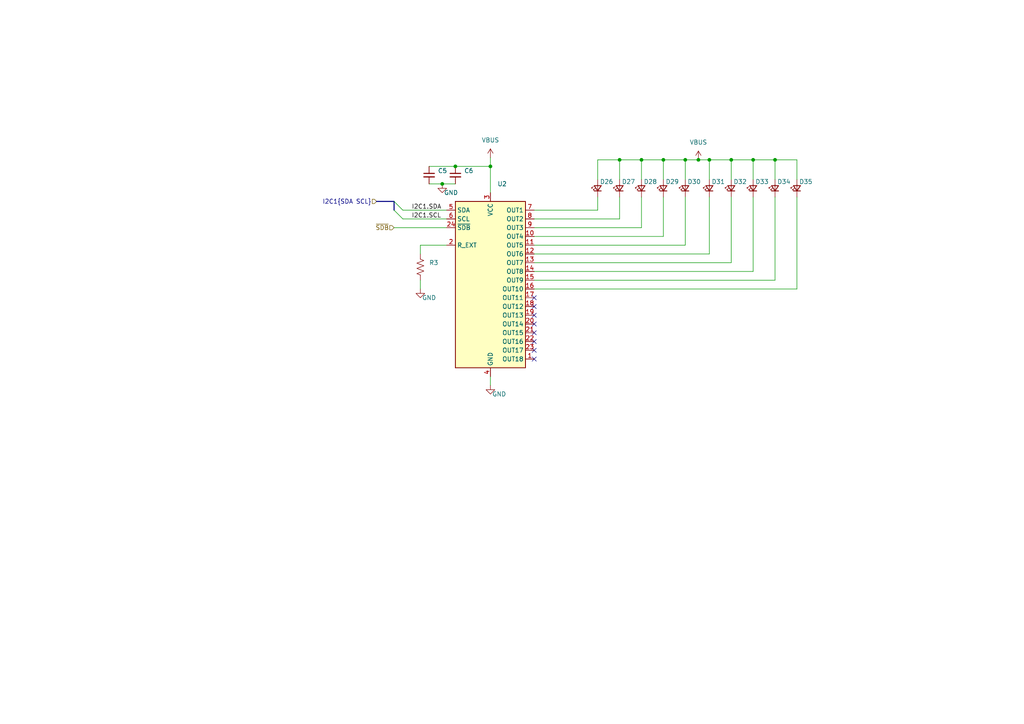
<source format=kicad_sch>
(kicad_sch (version 20211123) (generator eeschema)
  (paper "A4")
  (lib_symbols
    (symbol "Device:C_Small" (pin_numbers hide) (pin_names (offset 0.254) hide)
      (property "Reference" "C" (at 0.254 1.778 0))
      (property "Value" "C_Small" (at 0.254 -2.032 0))
      (symbol "C_Small_0_1"
        (polyline (pts (xy -1.524 -0.508) (xy 1.524 -0.508)) (stroke (width 0.3302)))
        (polyline (pts (xy -1.524 0.508) (xy 1.524 0.508)) (stroke (width 0.3048)))
      )
      (symbol "C_Small_1_1"
        (pin passive line (at 0 2.54 270) (length 2.032) (name "~") (number "1"))
        (pin passive line (at 0 -2.54 90) (length 2.032) (name "~") (number "2"))
      )
    )
    (symbol "Device:LED_Small" (pin_numbers hide) (pin_names (offset 0.254) hide)
      (property "Reference" "D" (at -1.27 3.175 0))
      (property "Value" "LED_Small" (at -4.445 -2.54 0))
      (symbol "LED_Small_0_1"
        (polyline (pts (xy -0.762 -1.016) (xy -0.762 1.016)) (stroke (width 0.254)))
        (polyline (pts (xy 1.016 0) (xy -0.762 0)))
        (polyline (pts (xy 0.762 -1.016) (xy -0.762 0) (xy 0.762 1.016) (xy 0.762 -1.016)) (stroke (width 0.254)))
        (polyline (pts (xy 0 0.762) (xy -0.508 1.27) (xy -0.254 1.27) (xy -0.508 1.27) (xy -0.508 1.016)))
        (polyline (pts (xy 0.508 1.27) (xy 0 1.778) (xy 0.254 1.778) (xy 0 1.778) (xy 0 1.524)))
      )
      (symbol "LED_Small_1_1"
        (pin passive line (at -2.54 0 0) (length 1.778) (name "K") (number "1"))
        (pin passive line (at 2.54 0 180) (length 1.778) (name "A") (number "2"))
      )
    )
    (symbol "Device:R_US" (pin_numbers hide) (pin_names (offset 0))
      (property "Reference" "R" (at 2.54 0 90))
      (property "Value" "R_US" (at -2.54 0 90))
      (symbol "R_US_0_1"
        (polyline (pts (xy 0 -2.286) (xy 0 -2.54)))
        (polyline (pts (xy 0 2.286) (xy 0 2.54)))
        (polyline (pts (xy 0 -0.762) (xy 1.016 -1.143) (xy 0 -1.524) (xy -1.016 -1.905) (xy 0 -2.286)))
        (polyline (pts (xy 0 0.762) (xy 1.016 0.381) (xy 0 0) (xy -1.016 -0.381) (xy 0 -0.762)))
        (polyline (pts (xy 0 2.286) (xy 1.016 1.905) (xy 0 1.524) (xy -1.016 1.143) (xy 0 0.762)))
      )
      (symbol "R_US_1_1"
        (pin passive line (at 0 3.81 270) (length 1.27) (name "~") (number "1"))
        (pin passive line (at 0 -3.81 90) (length 1.27) (name "~") (number "2"))
      )
    )
    (symbol "Driver_LED:IS31FL3218-QF"
      (property "Reference" "U" (at -10.16 26.035 0))
      (property "Value" "IS31FL3218-QF" (at 2.54 -24.13 0))
      (symbol "IS31FL3218-QF_0_1"
        (rectangle (start -10.16 25.4) (end 10.16 -22.86) (stroke (width 0.254)) (fill (type background)))
      )
      (symbol "IS31FL3218-QF_1_1"
        (pin open_collector line (at 12.7 -20.32 180) (length 2.54) (name "OUT18") (number "1"))
        (pin open_collector line (at 12.7 15.24 180) (length 2.54) (name "OUT4") (number "10"))
        (pin open_collector line (at 12.7 12.7 180) (length 2.54) (name "OUT5") (number "11"))
        (pin open_collector line (at 12.7 10.16 180) (length 2.54) (name "OUT6") (number "12"))
        (pin open_collector line (at 12.7 7.62 180) (length 2.54) (name "OUT7") (number "13"))
        (pin open_collector line (at 12.7 5.08 180) (length 2.54) (name "OUT8") (number "14"))
        (pin open_collector line (at 12.7 2.54 180) (length 2.54) (name "OUT9") (number "15"))
        (pin open_collector line (at 12.7 0 180) (length 2.54) (name "OUT10") (number "16"))
        (pin open_collector line (at 12.7 -2.54 180) (length 2.54) (name "OUT11") (number "17"))
        (pin open_collector line (at 12.7 -5.08 180) (length 2.54) (name "OUT12") (number "18"))
        (pin open_collector line (at 12.7 -7.62 180) (length 2.54) (name "OUT13") (number "19"))
        (pin passive line (at -12.7 12.7 0) (length 2.54) (name "R_EXT") (number "2"))
        (pin open_collector line (at 12.7 -10.16 180) (length 2.54) (name "OUT14") (number "20"))
        (pin open_collector line (at 12.7 -12.7 180) (length 2.54) (name "OUT15") (number "21"))
        (pin open_collector line (at 12.7 -15.24 180) (length 2.54) (name "OUT16") (number "22"))
        (pin open_collector line (at 12.7 -17.78 180) (length 2.54) (name "OUT17") (number "23"))
        (pin input line (at -12.7 17.78 0) (length 2.54) (name "~{SDB}") (number "24"))
        (pin passive line (at 0 -25.4 90) (length 2.54) hide (name "GND") (number "25"))
        (pin power_in line (at 0 27.94 270) (length 2.54) (name "VCC") (number "3"))
        (pin power_in line (at 0 -25.4 90) (length 2.54) (name "GND") (number "4"))
        (pin bidirectional line (at -12.7 22.86 0) (length 2.54) (name "SDA") (number "5"))
        (pin input line (at -12.7 20.32 0) (length 2.54) (name "SCL") (number "6"))
        (pin open_collector line (at 12.7 22.86 180) (length 2.54) (name "OUT1") (number "7"))
        (pin open_collector line (at 12.7 20.32 180) (length 2.54) (name "OUT2") (number "8"))
        (pin open_collector line (at 12.7 17.78 180) (length 2.54) (name "OUT3") (number "9"))
      )
    )
    (symbol "power:GND" (power) (pin_names (offset 0))
      (property "Value" "GND" (at 0 -3.81 0))
      (symbol "GND_0_1"
        (polyline (pts (xy 0 0) (xy 0 -1.27) (xy 1.27 -1.27) (xy 0 -2.54) (xy -1.27 -1.27) (xy 0 -1.27)))
      )
      (symbol "GND_1_1"
        (pin power_in line (at 0 0 270) (length 0) hide (name "GND") (number "1"))
      )
    )
    (symbol "power:VBUS" (power) (pin_names (offset 0))
      (property "Value" "VBUS" (at 0 3.81 0))
      (symbol "VBUS_0_1"
        (polyline (pts (xy -0.762 1.27) (xy 0 2.54)))
        (polyline (pts (xy 0 0) (xy 0 2.54)))
        (polyline (pts (xy 0 2.54) (xy 0.762 1.27)))
      )
      (symbol "VBUS_1_1"
        (pin power_in line (at 0 0 90) (length 0) hide (name "VBUS") (number "1"))
      )
    )
  )
  (junction (at 212.09 46.355))
  (junction (at 198.755 46.355))
  (junction (at 142.24 48.26))
  (junction (at 128.27 53.34))
  (junction (at 202.565 46.355))
  (junction (at 186.055 46.355))
  (junction (at 205.74 46.355))
  (junction (at 132.08 48.26))
  (junction (at 224.79 46.355))
  (junction (at 218.44 46.355))
  (junction (at 192.405 46.355))
  (junction (at 179.705 46.355))
  (no_connect (at 154.94 86.36))
  (no_connect (at 154.94 88.9))
  (no_connect (at 154.94 91.44))
  (no_connect (at 154.94 93.98))
  (no_connect (at 154.94 96.52))
  (no_connect (at 154.94 99.06))
  (no_connect (at 154.94 101.6))
  (no_connect (at 154.94 104.14))
  (bus_entry (at 114.3 58.42) (size 2.54 2.54))
  (bus_entry (at 114.3 60.96) (size 2.54 2.54))
  (wire (pts (xy 121.92 73.66) (xy 121.92 71.12)))
  (wire (pts (xy 186.055 66.04) (xy 154.94 66.04)))
  (wire (pts (xy 154.94 76.2) (xy 212.09 76.2)))
  (wire (pts (xy 173.355 46.355) (xy 179.705 46.355)))
  (wire (pts (xy 205.74 46.355) (xy 205.74 52.07)))
  (wire (pts (xy 212.09 52.07) (xy 212.09 46.355)))
  (wire (pts (xy 154.94 60.96) (xy 173.355 60.96)))
  (wire (pts (xy 186.055 46.355) (xy 192.405 46.355)))
  (wire (pts (xy 198.755 71.12) (xy 198.755 57.15)))
  (wire (pts (xy 173.355 52.07) (xy 173.355 46.355)))
  (wire (pts (xy 218.44 57.15) (xy 218.44 78.74)))
  (wire (pts (xy 218.44 78.74) (xy 154.94 78.74)))
  (wire (pts (xy 179.705 46.355) (xy 186.055 46.355)))
  (wire (pts (xy 154.94 81.28) (xy 224.79 81.28)))
  (wire (pts (xy 224.79 46.355) (xy 231.14 46.355)))
  (wire (pts (xy 114.3 66.04) (xy 129.54 66.04)))
  (wire (pts (xy 179.705 63.5) (xy 179.705 57.15)))
  (wire (pts (xy 192.405 52.07) (xy 192.405 46.355)))
  (wire (pts (xy 192.405 46.355) (xy 198.755 46.355)))
  (wire (pts (xy 121.92 83.82) (xy 121.92 81.28)))
  (wire (pts (xy 202.565 46.355) (xy 205.74 46.355)))
  (wire (pts (xy 186.055 57.15) (xy 186.055 66.04)))
  (wire (pts (xy 224.79 46.355) (xy 218.44 46.355)))
  (wire (pts (xy 224.79 81.28) (xy 224.79 57.15)))
  (wire (pts (xy 186.055 46.355) (xy 186.055 52.07)))
  (wire (pts (xy 128.27 53.34) (xy 132.08 53.34)))
  (wire (pts (xy 212.09 46.355) (xy 218.44 46.355)))
  (wire (pts (xy 116.84 63.5) (xy 129.54 63.5)))
  (wire (pts (xy 231.14 83.82) (xy 154.94 83.82)))
  (wire (pts (xy 154.94 68.58) (xy 192.405 68.58)))
  (wire (pts (xy 142.24 48.26) (xy 142.24 55.88)))
  (wire (pts (xy 116.84 60.96) (xy 129.54 60.96)))
  (bus (pts (xy 114.3 60.96) (xy 114.3 58.42)))
  (wire (pts (xy 231.14 46.355) (xy 231.14 52.07)))
  (wire (pts (xy 124.46 48.26) (xy 132.08 48.26)))
  (wire (pts (xy 173.355 60.96) (xy 173.355 57.15)))
  (wire (pts (xy 192.405 68.58) (xy 192.405 57.15)))
  (wire (pts (xy 205.74 73.66) (xy 154.94 73.66)))
  (bus (pts (xy 109.22 58.42) (xy 114.3 58.42)))
  (wire (pts (xy 198.755 52.07) (xy 198.755 46.355)))
  (wire (pts (xy 121.92 71.12) (xy 129.54 71.12)))
  (wire (pts (xy 224.79 52.07) (xy 224.79 46.355)))
  (wire (pts (xy 205.74 57.15) (xy 205.74 73.66)))
  (wire (pts (xy 212.09 46.355) (xy 205.74 46.355)))
  (wire (pts (xy 142.24 109.22) (xy 142.24 111.76)))
  (wire (pts (xy 154.94 63.5) (xy 179.705 63.5)))
  (wire (pts (xy 218.44 46.355) (xy 218.44 52.07)))
  (wire (pts (xy 132.08 48.26) (xy 142.24 48.26)))
  (wire (pts (xy 179.705 52.07) (xy 179.705 46.355)))
  (wire (pts (xy 154.94 71.12) (xy 198.755 71.12)))
  (wire (pts (xy 231.14 57.15) (xy 231.14 83.82)))
  (wire (pts (xy 198.755 46.355) (xy 202.565 46.355)))
  (wire (pts (xy 212.09 76.2) (xy 212.09 57.15)))
  (wire (pts (xy 124.46 53.34) (xy 128.27 53.34)))
  (wire (pts (xy 142.24 45.72) (xy 142.24 48.26)))
  (label "I2C1.SDA" (at 119.38 60.96 0))
  (label "I2C1.SCL" (at 119.38 63.5 0))
  (hierarchical_label "~{SDB}" (shape input) (at 114.3 66.04 180))
  (hierarchical_label "I2C1{SDA SCL}" (shape input) (at 109.22 58.42 180))
  (symbol (lib_id "Device:LED_Small") (at 205.74 54.61 90) (unit 1)
    (property "Reference" "D31" (at 206.375 52.705 90) (effects (justify right)))
  )
  (symbol (lib_id "power:GND") (at 128.27 53.34 0) (unit 1)
    (property "Reference" "#PWR08" (effects hide))
    (property "Value" "GND" (at 130.81 55.88 0))
  )
  (symbol (lib_id "Device:C_Small") (at 132.08 50.8 0) (unit 1)
    (property "Reference" "C6" (at 134.62 49.5362 0) (effects (justify left)))
  )
  (symbol (lib_id "Device:LED_Small") (at 218.44 54.61 90) (unit 1)
    (property "Reference" "D33" (at 219.075 52.705 90) (effects (justify right)))
  )
  (symbol (lib_id "Device:R_US") (at 121.92 77.47 0) (unit 1)
    (property "Reference" "R3" (at 124.46 76.1999 0) (effects (justify left)))
  )
  (symbol (lib_id "Device:LED_Small") (at 192.405 54.61 90) (unit 1)
    (property "Reference" "D29" (at 193.04 52.705 90) (effects (justify right)))
  )
  (symbol (lib_id "Driver_LED:IS31FL3218-QF") (at 142.24 83.82 0) (unit 1)
    (property "Reference" "U2" (at 144.2594 53.34 0) (effects (justify left)))
    (property "Datasheet" "http://www.issi.com/WW/pdf/31FL3218.pdf" (effects hide))
  )
  (symbol (lib_id "Device:LED_Small") (at 179.705 54.61 90) (unit 1)
    (property "Reference" "D27" (at 180.34 52.705 90) (effects (justify right)))
  )
  (symbol (lib_id "power:VBUS") (at 142.24 45.72 0) (unit 1)
    (property "Reference" "#PWR09" (effects hide))
    (property "Value" "VBUS" (at 142.24 40.64 0))
  )
  (symbol (lib_id "Device:LED_Small") (at 173.355 54.61 90) (unit 1)
    (property "Reference" "D26" (at 173.99 52.705 90) (effects (justify right)))
  )
  (symbol (lib_id "power:GND") (at 121.92 83.82 0) (unit 1)
    (property "Reference" "#PWR07" (effects hide))
    (property "Value" "GND" (at 124.46 86.36 0))
  )
  (symbol (lib_id "power:GND") (at 142.24 111.76 0) (unit 1)
    (property "Reference" "#PWR010" (effects hide))
    (property "Value" "GND" (at 144.78 114.3 0))
  )
  (symbol (lib_id "Device:LED_Small") (at 198.755 54.61 90) (unit 1)
    (property "Reference" "D30" (at 199.39 52.705 90) (effects (justify right)))
  )
  (symbol (lib_id "Device:LED_Small") (at 231.14 54.61 90) (unit 1)
    (property "Reference" "D35" (at 231.775 52.705 90) (effects (justify right)))
  )
  (symbol (lib_id "Device:LED_Small") (at 212.09 54.61 90) (unit 1)
    (property "Reference" "D32" (at 212.725 52.705 90) (effects (justify right)))
  )
  (symbol (lib_id "Device:LED_Small") (at 186.055 54.61 90) (unit 1)
    (property "Reference" "D28" (at 186.69 52.705 90) (effects (justify right)))
  )
  (symbol (lib_id "power:VBUS") (at 202.565 46.355 0) (unit 1)
    (property "Reference" "#PWR011" (effects hide))
    (property "Value" "VBUS" (at 202.565 41.275 0))
  )
  (symbol (lib_id "Device:LED_Small") (at 224.79 54.61 90) (unit 1)
    (property "Reference" "D34" (at 225.425 52.705 90) (effects (justify right)))
  )
  (symbol (lib_id "Device:C_Small") (at 124.46 50.8 0) (unit 1)
    (property "Reference" "C5" (at 127 49.5362 0) (effects (justify left)))
  )
)
</source>
